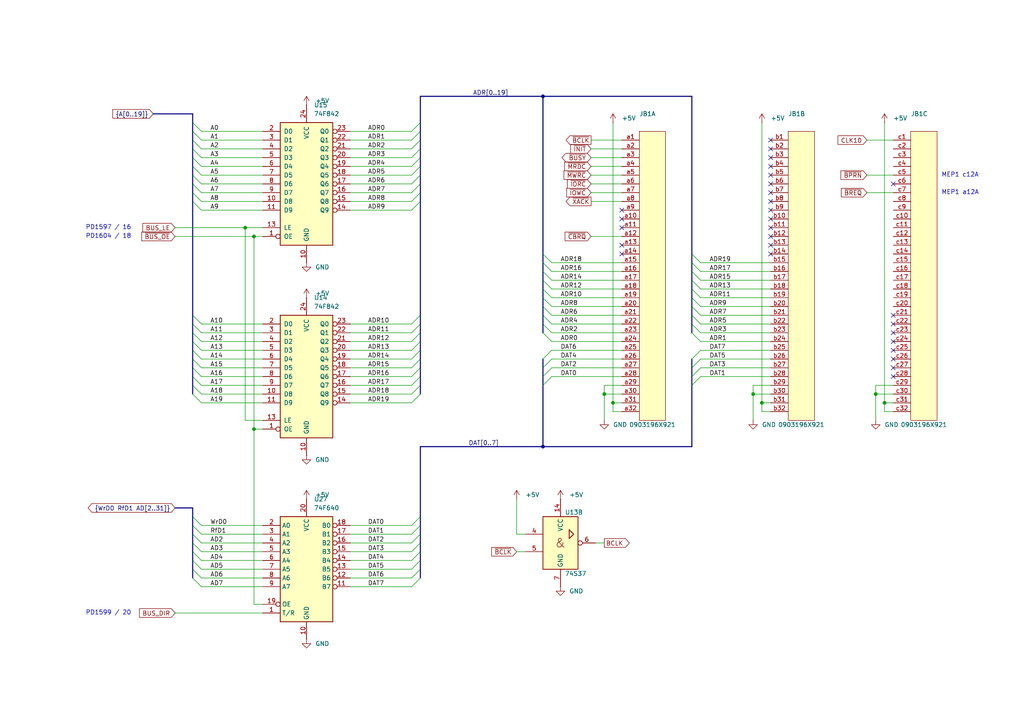
<source format=kicad_sch>
(kicad_sch (version 20250114) (generator "eeschema") (generator_version "9.0")
  (paper "A4")
  (title_block (title "TPU"))
  (lib_symbols
    (symbol "74F842_1" (pin_names (offset 1.016))
      (property "Reference" "D" (at -7.62 19.05 0))
      (property "Value" "74F842" (at 4.572 -19.304 0))
      (symbol "74F842_1_1_0"
        (pin input line (at -12.7 15.24 0) (length 5.08) (name "D0") (number "2"))
        (pin input line (at -12.7 12.7 0) (length 5.08) (name "D1") (number "3"))
        (pin input line (at -12.7 10.16 0) (length 5.08) (name "D2") (number "4"))
        (pin input line (at -12.7 7.62 0) (length 5.08) (name "D3") (number "5"))
        (pin input line (at -12.7 5.08 0) (length 5.08) (name "D4") (number "6"))
        (pin input line (at -12.7 2.54 0) (length 5.08) (name "D5") (number "7"))
        (pin input line (at -12.7 0 0) (length 5.08) (name "D6") (number "8"))
        (pin input line (at -12.7 -2.54 0) (length 5.08) (name "D7") (number "9"))
        (pin input line (at -12.7 -5.08 0) (length 5.08) (name "D8") (number "10"))
        (pin input line (at -12.7 -7.62 0) (length 5.08) (name "D9") (number "11"))
        (pin input line (at -12.7 -12.7 0) (length 5.08) (name "LE") (number "13"))
        (pin input inverted (at -12.7 -15.24 0) (length 5.08) (name "OE") (number "1"))
        (pin power_in line (at 0 22.86 270) (length 5.08) (name "VCC") (number "24"))
        (pin power_in line (at 0 -22.86 90) (length 5.08) (name "GND") (number "10"))
        (pin tri_state inverted (at 12.7 15.24 180) (length 5.08) (name "Q0") (number "23"))
        (pin tri_state inverted (at 12.7 12.7 180) (length 5.08) (name "Q1") (number "22"))
        (pin tri_state inverted (at 12.7 10.16 180) (length 5.08) (name "Q2") (number "21"))
        (pin tri_state inverted (at 12.7 7.62 180) (length 5.08) (name "Q3") (number "20"))
        (pin tri_state inverted (at 12.7 5.08 180) (length 5.08) (name "Q4") (number "19"))
        (pin tri_state inverted (at 12.7 2.54 180) (length 5.08) (name "Q5") (number "18"))
        (pin tri_state inverted (at 12.7 0 180) (length 5.08) (name "Q6") (number "17"))
        (pin tri_state inverted (at 12.7 -2.54 180) (length 5.08) (name "Q7") (number "16"))
        (pin tri_state inverted (at 12.7 -5.08 180) (length 5.08) (name "Q8") (number "15"))
        (pin tri_state inverted (at 12.7 -7.62 180) (length 5.08) (name "Q9") (number "14"))
      )
      (symbol "74F842_1_1_1"
        (rectangle (start -7.62 17.78) (end 7.62 -17.78) (stroke (width 0.254)) (fill (type background)))
      )
    )
    (symbol "Georg:0903196X921" (pin_names (hide yes))
      (property "Reference" "J" (at 0.762 1.27 0))
      (property "Value" "0903196X921" (at 3.81 -85.09 0))
      (symbol "0903196X921_0_1"
        (rectangle (start 0 0) (end 7.62 -83.82) (fill (type background)))
      )
      (symbol "0903196X921_1_0"
        (pin passive line (at -5.08 -2.54 0) (length 5.08) (name "a1") (number "a1"))
        (pin passive line (at -5.08 -5.08 0) (length 5.08) (name "a2") (number "a2"))
        (pin passive line (at -5.08 -7.62 0) (length 5.08) (name "a3") (number "a3"))
        (pin passive line (at -5.08 -10.16 0) (length 5.08) (name "a4") (number "a4"))
        (pin passive line (at -5.08 -12.7 0) (length 5.08) (name "a5") (number "a5"))
        (pin passive line (at -5.08 -15.24 0) (length 5.08) (name "a6") (number "a6"))
        (pin passive line (at -5.08 -17.78 0) (length 5.08) (name "a7") (number "a7"))
        (pin passive line (at -5.08 -20.32 0) (length 5.08) (name "a8") (number "a8"))
        (pin passive line (at -5.08 -22.86 0) (length 5.08) (name "a9") (number "a9"))
        (pin passive line (at -5.08 -25.4 0) (length 5.08) (name "a10") (number "a10"))
        (pin passive line (at -5.08 -27.94 0) (length 5.08) (name "a11") (number "a11"))
        (pin passive line (at -5.08 -30.48 0) (length 5.08) (name "a12") (number "a12"))
        (pin passive line (at -5.08 -33.02 0) (length 5.08) (name "a13") (number "a13"))
        (pin passive line (at -5.08 -35.56 0) (length 5.08) (name "a14") (number "a14"))
        (pin passive line (at -5.08 -38.1 0) (length 5.08) (name "a15") (number "a15"))
        (pin passive line (at -5.08 -40.64 0) (length 5.08) (name "a16") (number "a16"))
        (pin passive line (at -5.08 -43.18 0) (length 5.08) (name "a17") (number "a17"))
        (pin passive line (at -5.08 -45.72 0) (length 5.08) (name "a18") (number "a18"))
        (pin passive line (at -5.08 -48.26 0) (length 5.08) (name "a19") (number "a19"))
        (pin passive line (at -5.08 -50.8 0) (length 5.08) (name "a20") (number "a20"))
        (pin passive line (at -5.08 -53.34 0) (length 5.08) (name "a21") (number "a21"))
        (pin passive line (at -5.08 -55.88 0) (length 5.08) (name "a22") (number "a22"))
        (pin passive line (at -5.08 -58.42 0) (length 5.08) (name "a23") (number "a23"))
        (pin passive line (at -5.08 -60.96 0) (length 5.08) (name "a24") (number "a24"))
        (pin passive line (at -5.08 -63.5 0) (length 5.08) (name "a25") (number "a25"))
        (pin passive line (at -5.08 -66.04 0) (length 5.08) (name "a26") (number "a26"))
        (pin passive line (at -5.08 -68.58 0) (length 5.08) (name "a27") (number "a27"))
        (pin passive line (at -5.08 -71.12 0) (length 5.08) (name "a28") (number "a28"))
        (pin passive line (at -5.08 -73.66 0) (length 5.08) (name "a29") (number "a29"))
        (pin passive line (at -5.08 -76.2 0) (length 5.08) (name "a30") (number "a30"))
        (pin passive line (at -5.08 -78.74 0) (length 5.08) (name "a31") (number "a31"))
        (pin passive line (at -5.08 -81.28 0) (length 5.08) (name "a32") (number "a32"))
      )
      (symbol "0903196X921_2_0"
        (pin passive line (at -5.08 -2.54 0) (length 5.08) (name "b1") (number "b1"))
        (pin passive line (at -5.08 -5.08 0) (length 5.08) (name "b2") (number "b2"))
        (pin passive line (at -5.08 -7.62 0) (length 5.08) (name "b3") (number "b3"))
        (pin passive line (at -5.08 -10.16 0) (length 5.08) (name "b4") (number "b4"))
        (pin passive line (at -5.08 -12.7 0) (length 5.08) (name "b5") (number "b5"))
        (pin passive line (at -5.08 -15.24 0) (length 5.08) (name "b6") (number "b6"))
        (pin passive line (at -5.08 -17.78 0) (length 5.08) (name "b7") (number "b7"))
        (pin passive line (at -5.08 -20.32 0) (length 5.08) (name "b8") (number "b8"))
        (pin passive line (at -5.08 -22.86 0) (length 5.08) (name "b9") (number "b9"))
        (pin passive line (at -5.08 -25.4 0) (length 5.08) (name "b10") (number "b10"))
        (pin passive line (at -5.08 -27.94 0) (length 5.08) (name "b11") (number "b11"))
        (pin passive line (at -5.08 -30.48 0) (length 5.08) (name "b12") (number "b12"))
        (pin passive line (at -5.08 -33.02 0) (length 5.08) (name "b13") (number "b13"))
        (pin passive line (at -5.08 -35.56 0) (length 5.08) (name "b14") (number "b14"))
        (pin passive line (at -5.08 -38.1 0) (length 5.08) (name "b15") (number "b15"))
        (pin passive line (at -5.08 -40.64 0) (length 5.08) (name "b16") (number "b16"))
        (pin passive line (at -5.08 -43.18 0) (length 5.08) (name "b17") (number "b17"))
        (pin passive line (at -5.08 -45.72 0) (length 5.08) (name "b18") (number "b18"))
        (pin passive line (at -5.08 -48.26 0) (length 5.08) (name "b19") (number "b19"))
        (pin passive line (at -5.08 -50.8 0) (length 5.08) (name "b20") (number "b20"))
        (pin passive line (at -5.08 -53.34 0) (length 5.08) (name "b21") (number "b21"))
        (pin passive line (at -5.08 -55.88 0) (length 5.08) (name "b22") (number "b22"))
        (pin passive line (at -5.08 -58.42 0) (length 5.08) (name "b23") (number "b23"))
        (pin passive line (at -5.08 -60.96 0) (length 5.08) (name "b24") (number "b24"))
        (pin passive line (at -5.08 -63.5 0) (length 5.08) (name "b25") (number "b25"))
        (pin passive line (at -5.08 -66.04 0) (length 5.08) (name "b26") (number "b26"))
        (pin passive line (at -5.08 -68.58 0) (length 5.08) (name "b26") (number "b27"))
        (pin passive line (at -5.08 -71.12 0) (length 5.08) (name "b28") (number "b28"))
        (pin passive line (at -5.08 -73.66 0) (length 5.08) (name "b29") (number "b29"))
        (pin passive line (at -5.08 -76.2 0) (length 5.08) (name "b30") (number "b30"))
        (pin passive line (at -5.08 -78.74 0) (length 5.08) (name "b31") (number "b31"))
        (pin passive line (at -5.08 -81.28 0) (length 5.08) (name "b32") (number "b32"))
      )
      (symbol "0903196X921_3_0"
        (pin passive line (at -5.08 -2.54 0) (length 5.08) (name "c1") (number "c1"))
        (pin passive line (at -5.08 -5.08 0) (length 5.08) (name "c2") (number "c2"))
        (pin passive line (at -5.08 -7.62 0) (length 5.08) (name "c3") (number "c3"))
        (pin passive line (at -5.08 -10.16 0) (length 5.08) (name "c4") (number "c4"))
        (pin passive line (at -5.08 -12.7 0) (length 5.08) (name "c5") (number "c5"))
        (pin passive line (at -5.08 -15.24 0) (length 5.08) (name "c6") (number "c6"))
        (pin passive line (at -5.08 -17.78 0) (length 5.08) (name "c7") (number "c7"))
        (pin passive line (at -5.08 -20.32 0) (length 5.08) (name "c8") (number "c8"))
        (pin passive line (at -5.08 -22.86 0) (length 5.08) (name "c9") (number "c9"))
        (pin passive line (at -5.08 -25.4 0) (length 5.08) (name "c10") (number "c10"))
        (pin passive line (at -5.08 -27.94 0) (length 5.08) (name "c11") (number "c11"))
        (pin passive line (at -5.08 -30.48 0) (length 5.08) (name "c12") (number "c12"))
        (pin passive line (at -5.08 -33.02 0) (length 5.08) (name "c13") (number "c13"))
        (pin passive line (at -5.08 -35.56 0) (length 5.08) (name "c14") (number "c14"))
        (pin passive line (at -5.08 -38.1 0) (length 5.08) (name "c15") (number "c15"))
        (pin passive line (at -5.08 -40.64 0) (length 5.08) (name "c16") (number "c16"))
        (pin passive line (at -5.08 -43.18 0) (length 5.08) (name "c17") (number "c17"))
        (pin passive line (at -5.08 -45.72 0) (length 5.08) (name "c18") (number "c18"))
        (pin passive line (at -5.08 -48.26 0) (length 5.08) (name "c19") (number "c19"))
        (pin passive line (at -5.08 -50.8 0) (length 5.08) (name "c20") (number "c20"))
        (pin passive line (at -5.08 -53.34 0) (length 5.08) (name "c21") (number "c21"))
        (pin passive line (at -5.08 -55.88 0) (length 5.08) (name "c22") (number "c22"))
        (pin passive line (at -5.08 -58.42 0) (length 5.08) (name "c23") (number "c23"))
        (pin passive line (at -5.08 -60.96 0) (length 5.08) (name "c24") (number "c24"))
        (pin passive line (at -5.08 -63.5 0) (length 5.08) (name "c25") (number "c25"))
        (pin passive line (at -5.08 -66.04 0) (length 5.08) (name "c26") (number "c26"))
        (pin passive line (at -5.08 -68.58 0) (length 5.08) (name "c27") (number "c27"))
        (pin passive line (at -5.08 -71.12 0) (length 5.08) (name "c28") (number "c28"))
        (pin passive line (at -5.08 -73.66 0) (length 5.08) (name "c29") (number "c29"))
        (pin passive line (at -5.08 -76.2 0) (length 5.08) (name "c30") (number "c30"))
        (pin passive line (at -5.08 -78.74 0) (length 5.08) (name "c31") (number "c31"))
        (pin passive line (at -5.08 -81.28 0) (length 5.08) (name "c32") (number "c32"))
      )
    )
    (symbol "Georg:74F640"
      (property "Reference" "D" (at 0.762 16.51 0))
      (property "Value" "74F640" (at 1.27 -16.51 0))
      (symbol "74F640_1_0"
        (pin power_in line (at 0 20.32 270) (length 5.08) (name "VCC") (number "20"))
        (pin power_in line (at 0 -20.32 90) (length 5.08) (name "GND") (number "10"))
      )
      (symbol "74F640_1_1"
        (rectangle (start -7.62 15.24) (end 7.62 -15.24) (stroke (width 0.254)) (fill (type background)))
        (pin tri_state line (at -12.7 12.7 0) (length 5.08) (name "A0") (number "2"))
        (pin tri_state line (at -12.7 10.16 0) (length 5.08) (name "A1") (number "3"))
        (pin tri_state line (at -12.7 7.62 0) (length 5.08) (name "A2") (number "4"))
        (pin tri_state line (at -12.7 5.08 0) (length 5.08) (name "A3") (number "5"))
        (pin tri_state line (at -12.7 2.54 0) (length 5.08) (name "A4") (number "6"))
        (pin tri_state line (at -12.7 0 0) (length 5.08) (name "A5") (number "7"))
        (pin tri_state line (at -12.7 -2.54 0) (length 5.08) (name "A6") (number "8"))
        (pin tri_state line (at -12.7 -5.08 0) (length 5.08) (name "A7") (number "9"))
        (pin input inverted (at -12.7 -10.16 0) (length 5.08) (name "OE") (number "19"))
        (pin input line (at -12.7 -12.7 0) (length 5.08) (name "T/R") (number "1"))
        (pin tri_state inverted (at 12.7 12.7 180) (length 5.08) (name "B0") (number "18"))
        (pin tri_state inverted (at 12.7 10.16 180) (length 5.08) (name "B1") (number "17"))
        (pin tri_state inverted (at 12.7 7.62 180) (length 5.08) (name "B2") (number "16"))
        (pin tri_state inverted (at 12.7 5.08 180) (length 5.08) (name "B3") (number "15"))
        (pin tri_state inverted (at 12.7 2.54 180) (length 5.08) (name "B4") (number "14"))
        (pin tri_state inverted (at 12.7 0 180) (length 5.08) (name "B5") (number "13"))
        (pin tri_state inverted (at 12.7 -2.54 180) (length 5.08) (name "B6") (number "12"))
        (pin tri_state inverted (at 12.7 -5.08 180) (length 5.08) (name "B7") (number "11"))
      )
    )
    (symbol "Georg:74F842" (pin_names (offset 1.016))
      (property "Reference" "D" (at -7.62 19.05 0))
      (property "Value" "74F842" (at 4.572 -19.304 0))
      (symbol "74F842_1_0"
        (pin input line (at -12.7 15.24 0) (length 5.08) (name "D0") (number "2"))
        (pin input line (at -12.7 12.7 0) (length 5.08) (name "D1") (number "3"))
        (pin input line (at -12.7 10.16 0) (length 5.08) (name "D2") (number "4"))
        (pin input line (at -12.7 7.62 0) (length 5.08) (name "D3") (number "5"))
        (pin input line (at -12.7 5.08 0) (length 5.08) (name "D4") (number "6"))
        (pin input line (at -12.7 2.54 0) (length 5.08) (name "D5") (number "7"))
        (pin input line (at -12.7 0 0) (length 5.08) (name "D6") (number "8"))
        (pin input line (at -12.7 -2.54 0) (length 5.08) (name "D7") (number "9"))
        (pin input line (at -12.7 -5.08 0) (length 5.08) (name "D8") (number "10"))
        (pin input line (at -12.7 -7.62 0) (length 5.08) (name "D9") (number "11"))
        (pin input line (at -12.7 -12.7 0) (length 5.08) (name "LE") (number "13"))
        (pin input inverted (at -12.7 -15.24 0) (length 5.08) (name "OE") (number "1"))
        (pin power_in line (at 0 22.86 270) (length 5.08) (name "VCC") (number "24"))
        (pin power_in line (at 0 -22.86 90) (length 5.08) (name "GND") (number "10"))
        (pin tri_state inverted (at 12.7 15.24 180) (length 5.08) (name "Q0") (number "23"))
        (pin tri_state inverted (at 12.7 12.7 180) (length 5.08) (name "Q1") (number "22"))
        (pin tri_state inverted (at 12.7 10.16 180) (length 5.08) (name "Q2") (number "21"))
        (pin tri_state inverted (at 12.7 7.62 180) (length 5.08) (name "Q3") (number "20"))
        (pin tri_state inverted (at 12.7 5.08 180) (length 5.08) (name "Q4") (number "19"))
        (pin tri_state inverted (at 12.7 2.54 180) (length 5.08) (name "Q5") (number "18"))
        (pin tri_state inverted (at 12.7 0 180) (length 5.08) (name "Q6") (number "17"))
        (pin tri_state inverted (at 12.7 -2.54 180) (length 5.08) (name "Q7") (number "16"))
        (pin tri_state inverted (at 12.7 -5.08 180) (length 5.08) (name "Q8") (number "15"))
        (pin tri_state inverted (at 12.7 -7.62 180) (length 5.08) (name "Q9") (number "14"))
      )
      (symbol "74F842_1_1"
        (rectangle (start -7.62 17.78) (end 7.62 -17.78) (stroke (width 0.254)) (fill (type background)))
      )
    )
    (symbol "Georg:74S37"
      (property "Reference" "D" (at 1.27 8.89 0))
      (property "Value" "74S37" (at 1.27 -8.89 0))
      (symbol "74S37_0_0"
        (polyline (pts (xy 2.54 3.81) (xy 2.54 1.27) (xy 3.81 2.54) (xy 2.54 3.81) (xy 2.54 3.81)) (stroke (width 0.254)) (fill (type background)))
        (text "&" (at 0 0 0) (effects (font (size 2.54 2.54))))
        (pin power_in line (at 0 -12.7 90) (length 5.08) (name "GND") (number "7"))
      )
      (symbol "74S37_0_1"
        (rectangle (start -5.08 7.62) (end 5.08 -7.62) (stroke (width 0.254)) (fill (type background)))
        (pin power_in line (at 0 12.7 270) (length 5.08) (name "VCC") (number "14"))
      )
      (symbol "74S37_1_1"
        (pin input line (at -10.16 2.54 0) (length 5.08) (name "~") (number "1"))
        (pin input line (at -10.16 -2.54 0) (length 5.08) (name "~") (number "2"))
        (pin output inverted (at 10.16 0 180) (length 5.08) (name "~") (number "3"))
      )
      (symbol "74S37_2_1"
        (pin input line (at -10.16 2.54 0) (length 5.08) (name "~") (number "4"))
        (pin input line (at -10.16 -2.54 0) (length 5.08) (name "~") (number "5"))
        (pin output inverted (at 10.16 0 180) (length 5.08) (name "~") (number "6"))
      )
      (symbol "74S37_3_1"
        (pin input line (at -10.16 2.54 0) (length 5.08) (name "~") (number "9"))
        (pin input line (at -10.16 -2.54 0) (length 5.08) (name "~") (number "10"))
        (pin output inverted (at 10.16 0 180) (length 5.08) (name "~") (number "8"))
      )
      (symbol "74S37_4_1"
        (pin input line (at -10.16 2.54 0) (length 5.08) (name "~") (number "12"))
        (pin input line (at -10.16 -2.54 0) (length 5.08) (name "~") (number "13"))
        (pin output inverted (at 10.16 0 180) (length 5.08) (name "~") (number "11"))
      )
    )
    (symbol "power:+5V" (power) (pin_numbers (hide yes)) (pin_names (offset 0) (hide yes))
      (property "Value" "+5V" (at 0 3.556 0))
      (symbol "+5V_0_1"
        (polyline (pts (xy -0.762 1.27) (xy 0 2.54)))
        (polyline (pts (xy 0 2.54) (xy 0.762 1.27)))
        (polyline (pts (xy 0 0) (xy 0 2.54)))
      )
      (symbol "+5V_1_1"
        (pin power_in line (at 0 0 90) (length 0) (name "~") (number "1"))
      )
    )
    (symbol "power:GND" (power) (pin_numbers (hide yes)) (pin_names (offset 0) (hide yes))
      (property "Value" "GND" (at 0 -3.81 0))
      (symbol "GND_0_1"
        (polyline (pts (xy 0 0) (xy 0 -1.27) (xy 1.27 -1.27) (xy 0 -2.54) (xy -1.27 -1.27) (xy 0 -1.27)))
      )
      (symbol "GND_1_1"
        (pin power_in line (at 0 0 270) (length 0) (name "~") (number "1"))
      )
    )
  )
  (text "MEP1 c12A" (at 273.05 50.8 0) (effects (font (size 1.27 1.27)) (justify left)))
  (text "PD1599 / 20" (at 38.1 177.8 0) (effects (font (size 1.27 1.27)) (justify right)))
  (text "MEP1 a12A" (at 273.05 55.88 0) (effects (font (size 1.27 1.27)) (justify left)))
  (text "PD1604 / 18" (at 38.1 68.58 0) (effects (font (size 1.27 1.27)) (justify right)))
  (text "PD1597 / 16" (at 38.1 66.04 0) (effects (font (size 1.27 1.27)) (justify right)))
  (junction (at 71.12 66.04))
  (junction (at 157.48 27.94))
  (junction (at 218.44 114.3))
  (junction (at 256.54 116.84))
  (junction (at 254 114.3))
  (junction (at 157.48 129.54))
  (junction (at 220.98 116.84))
  (junction (at 175.26 114.3))
  (junction (at 73.66 68.58))
  (junction (at 73.66 124.46))
  (junction (at 177.8 116.84))
  (no_connect (at 223.52 53.34))
  (no_connect (at 180.34 66.04))
  (no_connect (at 223.52 73.66))
  (no_connect (at 259.08 106.68))
  (no_connect (at 259.08 53.34))
  (no_connect (at 180.34 60.96))
  (no_connect (at 223.52 45.72))
  (no_connect (at 223.52 43.18))
  (no_connect (at 223.52 60.96))
  (no_connect (at 223.52 68.58))
  (no_connect (at 180.34 63.5))
  (no_connect (at 259.08 99.06))
  (no_connect (at 223.52 40.64))
  (no_connect (at 259.08 93.98))
  (no_connect (at 223.52 66.04))
  (no_connect (at 223.52 48.26))
  (no_connect (at 259.08 96.52))
  (no_connect (at 259.08 101.6))
  (no_connect (at 259.08 109.22))
  (no_connect (at 180.34 73.66))
  (no_connect (at 259.08 91.44))
  (no_connect (at 223.52 50.8))
  (no_connect (at 223.52 55.88))
  (no_connect (at 259.08 104.14))
  (no_connect (at 223.52 58.42))
  (no_connect (at 180.34 71.12))
  (no_connect (at 223.52 63.5))
  (no_connect (at 223.52 71.12))
  (bus_entry (at 119.38 116.84) (size 2.54 -2.54))
  (bus_entry (at 200.66 104.14) (size 2.54 -2.54))
  (bus_entry (at 55.88 152.4) (size 2.54 2.54))
  (bus_entry (at 55.88 53.34) (size 2.54 2.54))
  (bus_entry (at 55.88 99.06) (size 2.54 2.54))
  (bus_entry (at 119.38 104.14) (size 2.54 -2.54))
  (bus_entry (at 119.38 53.34) (size 2.54 -2.54))
  (bus_entry (at 55.88 48.26) (size 2.54 2.54))
  (bus_entry (at 200.66 91.44) (size 2.54 2.54))
  (bus_entry (at 55.88 96.52) (size 2.54 2.54))
  (bus_entry (at 157.48 81.28) (size 2.54 2.54))
  (bus_entry (at 119.38 165.1) (size 2.54 -2.54))
  (bus_entry (at 119.38 114.3) (size 2.54 -2.54))
  (bus_entry (at 55.88 50.8) (size 2.54 2.54))
  (bus_entry (at 55.88 157.48) (size 2.54 2.54))
  (bus_entry (at 157.48 83.82) (size 2.54 2.54))
  (bus_entry (at 157.48 96.52) (size 2.54 2.54))
  (bus_entry (at 157.48 104.14) (size 2.54 -2.54))
  (bus_entry (at 119.38 106.68) (size 2.54 -2.54))
  (bus_entry (at 119.38 170.18) (size 2.54 -2.54))
  (bus_entry (at 119.38 101.6) (size 2.54 -2.54))
  (bus_entry (at 119.38 167.64) (size 2.54 -2.54))
  (bus_entry (at 200.66 76.2) (size 2.54 2.54))
  (bus_entry (at 157.48 86.36) (size 2.54 2.54))
  (bus_entry (at 157.48 93.98) (size 2.54 2.54))
  (bus_entry (at 157.48 106.68) (size 2.54 -2.54))
  (bus_entry (at 55.88 149.86) (size 2.54 2.54))
  (bus_entry (at 119.38 48.26) (size 2.54 -2.54))
  (bus_entry (at 119.38 154.94) (size 2.54 -2.54))
  (bus_entry (at 119.38 58.42) (size 2.54 -2.54))
  (bus_entry (at 55.88 165.1) (size 2.54 2.54))
  (bus_entry (at 55.88 154.94) (size 2.54 2.54))
  (bus_entry (at 157.48 76.2) (size 2.54 2.54))
  (bus_entry (at 119.38 43.18) (size 2.54 -2.54))
  (bus_entry (at 157.48 109.22) (size 2.54 -2.54))
  (bus_entry (at 55.88 35.56) (size 2.54 2.54))
  (bus_entry (at 55.88 43.18) (size 2.54 2.54))
  (bus_entry (at 55.88 93.98) (size 2.54 2.54))
  (bus_entry (at 119.38 50.8) (size 2.54 -2.54))
  (bus_entry (at 55.88 106.68) (size 2.54 2.54))
  (bus_entry (at 119.38 111.76) (size 2.54 -2.54))
  (bus_entry (at 157.48 111.76) (size 2.54 -2.54))
  (bus_entry (at 119.38 45.72) (size 2.54 -2.54))
  (bus_entry (at 119.38 152.4) (size 2.54 -2.54))
  (bus_entry (at 200.66 78.74) (size 2.54 2.54))
  (bus_entry (at 119.38 38.1) (size 2.54 -2.54))
  (bus_entry (at 55.88 101.6) (size 2.54 2.54))
  (bus_entry (at 200.66 111.76) (size 2.54 -2.54))
  (bus_entry (at 200.66 73.66) (size 2.54 2.54))
  (bus_entry (at 55.88 45.72) (size 2.54 2.54))
  (bus_entry (at 119.38 60.96) (size 2.54 -2.54))
  (bus_entry (at 157.48 73.66) (size 2.54 2.54))
  (bus_entry (at 119.38 99.06) (size 2.54 -2.54))
  (bus_entry (at 55.88 111.76) (size 2.54 2.54))
  (bus_entry (at 55.88 58.42) (size 2.54 2.54))
  (bus_entry (at 200.66 86.36) (size 2.54 2.54))
  (bus_entry (at 55.88 40.64) (size 2.54 2.54))
  (bus_entry (at 55.88 104.14) (size 2.54 2.54))
  (bus_entry (at 119.38 160.02) (size 2.54 -2.54))
  (bus_entry (at 119.38 162.56) (size 2.54 -2.54))
  (bus_entry (at 200.66 93.98) (size 2.54 2.54))
  (bus_entry (at 55.88 160.02) (size 2.54 2.54))
  (bus_entry (at 119.38 40.64) (size 2.54 -2.54))
  (bus_entry (at 200.66 83.82) (size 2.54 2.54))
  (bus_entry (at 157.48 78.74) (size 2.54 2.54))
  (bus_entry (at 200.66 88.9) (size 2.54 2.54))
  (bus_entry (at 55.88 38.1) (size 2.54 2.54))
  (bus_entry (at 157.48 88.9) (size 2.54 2.54))
  (bus_entry (at 119.38 109.22) (size 2.54 -2.54))
  (bus_entry (at 55.88 162.56) (size 2.54 2.54))
  (bus_entry (at 119.38 96.52) (size 2.54 -2.54))
  (bus_entry (at 200.66 109.22) (size 2.54 -2.54))
  (bus_entry (at 200.66 81.28) (size 2.54 2.54))
  (bus_entry (at 55.88 91.44) (size 2.54 2.54))
  (bus_entry (at 119.38 55.88) (size 2.54 -2.54))
  (bus_entry (at 119.38 157.48) (size 2.54 -2.54))
  (bus_entry (at 55.88 109.22) (size 2.54 2.54))
  (bus_entry (at 157.48 91.44) (size 2.54 2.54))
  (bus_entry (at 55.88 167.64) (size 2.54 2.54))
  (bus_entry (at 119.38 93.98) (size 2.54 -2.54))
  (bus_entry (at 200.66 106.68) (size 2.54 -2.54))
  (bus_entry (at 55.88 114.3) (size 2.54 2.54))
  (bus_entry (at 55.88 55.88) (size 2.54 2.54))
  (bus_entry (at 200.66 96.52) (size 2.54 2.54))
  (wire (pts (xy 171.45 53.34) (xy 180.34 53.34)))
  (bus (pts (xy 121.92 55.88) (xy 121.92 58.42)))
  (bus (pts (xy 121.92 93.98) (xy 121.92 96.52)))
  (bus (pts (xy 55.88 58.42) (xy 55.88 91.44)))
  (wire (pts (xy 160.02 101.6) (xy 180.34 101.6)))
  (bus (pts (xy 121.92 109.22) (xy 121.92 111.76)))
  (bus (pts (xy 121.92 149.86) (xy 121.92 152.4)))
  (wire (pts (xy 101.6 167.64) (xy 119.38 167.64)))
  (wire (pts (xy 101.6 165.1) (xy 119.38 165.1)))
  (wire (pts (xy 203.2 76.2) (xy 223.52 76.2)))
  (wire (pts (xy 160.02 86.36) (xy 180.34 86.36)))
  (wire (pts (xy 256.54 116.84) (xy 259.08 116.84)))
  (wire (pts (xy 58.42 152.4) (xy 76.2 152.4)))
  (wire (pts (xy 101.6 96.52) (xy 119.38 96.52)))
  (bus (pts (xy 121.92 149.86) (xy 121.92 129.54)))
  (wire (pts (xy 171.45 58.42) (xy 180.34 58.42)))
  (bus (pts (xy 121.92 35.56) (xy 121.92 27.94)))
  (wire (pts (xy 101.6 157.48) (xy 119.38 157.48)))
  (bus (pts (xy 121.92 101.6) (xy 121.92 104.14)))
  (bus (pts (xy 157.48 83.82) (xy 157.48 81.28)))
  (bus (pts (xy 157.48 78.74) (xy 157.48 76.2)))
  (bus (pts (xy 157.48 106.68) (xy 157.48 109.22)))
  (bus (pts (xy 55.88 50.8) (xy 55.88 53.34)))
  (wire (pts (xy 101.6 40.64) (xy 119.38 40.64)))
  (wire (pts (xy 101.6 58.42) (xy 119.38 58.42)))
  (wire (pts (xy 254 121.92) (xy 254 114.3)))
  (wire (pts (xy 101.6 38.1) (xy 119.38 38.1)))
  (bus (pts (xy 200.66 86.36) (xy 200.66 88.9)))
  (bus (pts (xy 55.88 40.64) (xy 55.88 43.18)))
  (wire (pts (xy 58.42 40.64) (xy 76.2 40.64)))
  (wire (pts (xy 101.6 152.4) (xy 119.38 152.4)))
  (wire (pts (xy 203.2 86.36) (xy 223.52 86.36)))
  (bus (pts (xy 55.88 45.72) (xy 55.88 48.26)))
  (wire (pts (xy 50.8 68.58) (xy 73.66 68.58)))
  (bus (pts (xy 157.48 86.36) (xy 157.48 83.82)))
  (bus (pts (xy 55.88 53.34) (xy 55.88 55.88)))
  (bus (pts (xy 55.88 162.56) (xy 55.88 165.1)))
  (bus (pts (xy 55.88 160.02) (xy 55.88 162.56)))
  (wire (pts (xy 203.2 88.9) (xy 223.52 88.9)))
  (bus (pts (xy 157.48 111.76) (xy 157.48 129.54)))
  (wire (pts (xy 58.42 53.34) (xy 76.2 53.34)))
  (bus (pts (xy 55.88 165.1) (xy 55.88 167.64)))
  (wire (pts (xy 58.42 43.18) (xy 76.2 43.18)))
  (wire (pts (xy 256.54 116.84) (xy 256.54 119.38)))
  (bus (pts (xy 121.92 50.8) (xy 121.92 53.34)))
  (wire (pts (xy 177.8 116.84) (xy 177.8 119.38)))
  (wire (pts (xy 256.54 35.56) (xy 256.54 116.84)))
  (wire (pts (xy 101.6 154.94) (xy 119.38 154.94)))
  (wire (pts (xy 160.02 106.68) (xy 180.34 106.68)))
  (wire (pts (xy 149.86 154.94) (xy 152.4 154.94)))
  (bus (pts (xy 121.92 152.4) (xy 121.92 154.94)))
  (wire (pts (xy 220.98 116.84) (xy 223.52 116.84)))
  (bus (pts (xy 55.88 93.98) (xy 55.88 96.52)))
  (bus (pts (xy 121.92 43.18) (xy 121.92 45.72)))
  (wire (pts (xy 203.2 109.22) (xy 223.52 109.22)))
  (wire (pts (xy 58.42 170.18) (xy 76.2 170.18)))
  (wire (pts (xy 101.6 160.02) (xy 119.38 160.02)))
  (wire (pts (xy 171.45 55.88) (xy 180.34 55.88)))
  (wire (pts (xy 101.6 45.72) (xy 119.38 45.72)))
  (wire (pts (xy 254 111.76) (xy 259.08 111.76)))
  (wire (pts (xy 58.42 38.1) (xy 76.2 38.1)))
  (wire (pts (xy 160.02 96.52) (xy 180.34 96.52)))
  (wire (pts (xy 58.42 55.88) (xy 76.2 55.88)))
  (wire (pts (xy 76.2 68.58) (xy 73.66 68.58)))
  (bus (pts (xy 55.88 104.14) (xy 55.88 106.68)))
  (wire (pts (xy 317.5 160.02) (xy 320.04 160.02)))
  (wire (pts (xy 223.52 114.3) (xy 218.44 114.3)))
  (wire (pts (xy 175.26 157.48) (xy 172.72 157.48)))
  (bus (pts (xy 157.48 27.94) (xy 200.66 27.94)))
  (wire (pts (xy 251.46 40.64) (xy 259.08 40.64)))
  (wire (pts (xy 220.98 35.56) (xy 220.98 116.84)))
  (bus (pts (xy 121.92 35.56) (xy 121.92 38.1)))
  (wire (pts (xy 203.2 104.14) (xy 223.52 104.14)))
  (wire (pts (xy 101.6 104.14) (xy 119.38 104.14)))
  (wire (pts (xy 101.6 50.8) (xy 119.38 50.8)))
  (bus (pts (xy 121.92 27.94) (xy 157.48 27.94)))
  (wire (pts (xy 218.44 111.76) (xy 223.52 111.76)))
  (bus (pts (xy 157.48 73.66) (xy 157.48 27.94)))
  (bus (pts (xy 157.48 76.2) (xy 157.48 73.66)))
  (bus (pts (xy 200.66 83.82) (xy 200.66 86.36)))
  (wire (pts (xy 254 114.3) (xy 254 111.76)))
  (wire (pts (xy 175.26 114.3) (xy 180.34 114.3)))
  (wire (pts (xy 58.42 167.64) (xy 76.2 167.64)))
  (wire (pts (xy 160.02 109.22) (xy 180.34 109.22)))
  (wire (pts (xy 58.42 99.06) (xy 76.2 99.06)))
  (wire (pts (xy 160.02 104.14) (xy 180.34 104.14)))
  (bus (pts (xy 55.88 147.32) (xy 55.88 149.86)))
  (wire (pts (xy 58.42 50.8) (xy 76.2 50.8)))
  (bus (pts (xy 55.88 106.68) (xy 55.88 109.22)))
  (bus (pts (xy 121.92 165.1) (xy 121.92 167.64)))
  (bus (pts (xy 121.92 157.48) (xy 121.92 160.02)))
  (wire (pts (xy 160.02 83.82) (xy 180.34 83.82)))
  (bus (pts (xy 55.88 111.76) (xy 55.88 114.3)))
  (bus (pts (xy 121.92 111.76) (xy 121.92 114.3)))
  (bus (pts (xy 55.88 91.44) (xy 55.88 93.98)))
  (bus (pts (xy 157.48 91.44) (xy 157.48 88.9)))
  (bus (pts (xy 121.92 104.14) (xy 121.92 106.68)))
  (wire (pts (xy 58.42 96.52) (xy 76.2 96.52)))
  (bus (pts (xy 200.66 78.74) (xy 200.66 81.28)))
  (bus (pts (xy 200.66 27.94) (xy 200.66 73.66)))
  (bus (pts (xy 55.88 48.26) (xy 55.88 50.8)))
  (bus (pts (xy 200.66 93.98) (xy 200.66 96.52)))
  (wire (pts (xy 76.2 175.26) (xy 73.66 175.26)))
  (wire (pts (xy 149.86 144.78) (xy 149.86 154.94)))
  (wire (pts (xy 73.66 68.58) (xy 73.66 124.46)))
  (wire (pts (xy 101.6 116.84) (xy 119.38 116.84)))
  (wire (pts (xy 50.8 66.04) (xy 71.12 66.04)))
  (bus (pts (xy 44.45 33.02) (xy 55.88 33.02)))
  (wire (pts (xy 320.04 160.02) (xy 320.04 161.29)))
  (wire (pts (xy 58.42 165.1) (xy 76.2 165.1)))
  (wire (pts (xy 175.26 111.76) (xy 180.34 111.76)))
  (wire (pts (xy 218.44 114.3) (xy 218.44 121.92)))
  (bus (pts (xy 55.88 99.06) (xy 55.88 101.6)))
  (wire (pts (xy 50.8 177.8) (xy 76.2 177.8)))
  (wire (pts (xy 203.2 96.52) (xy 223.52 96.52)))
  (bus (pts (xy 121.92 48.26) (xy 121.92 50.8)))
  (wire (pts (xy 73.66 124.46) (xy 73.66 175.26)))
  (wire (pts (xy 175.26 114.3) (xy 175.26 121.92)))
  (wire (pts (xy 171.45 40.64) (xy 180.34 40.64)))
  (bus (pts (xy 121.92 99.06) (xy 121.92 101.6)))
  (bus (pts (xy 200.66 73.66) (xy 200.66 76.2)))
  (wire (pts (xy 254 114.3) (xy 259.08 114.3)))
  (bus (pts (xy 157.48 88.9) (xy 157.48 86.36)))
  (wire (pts (xy 203.2 83.82) (xy 223.52 83.82)))
  (wire (pts (xy 259.08 119.38) (xy 256.54 119.38)))
  (wire (pts (xy 160.02 99.06) (xy 180.34 99.06)))
  (bus (pts (xy 200.66 111.76) (xy 200.66 129.54)))
  (wire (pts (xy 101.6 99.06) (xy 119.38 99.06)))
  (wire (pts (xy 101.6 43.18) (xy 119.38 43.18)))
  (bus (pts (xy 121.92 96.52) (xy 121.92 99.06)))
  (bus (pts (xy 157.48 81.28) (xy 157.48 78.74)))
  (wire (pts (xy 203.2 106.68) (xy 223.52 106.68)))
  (wire (pts (xy 58.42 93.98) (xy 76.2 93.98)))
  (wire (pts (xy 320.04 154.94) (xy 320.04 153.67)))
  (bus (pts (xy 55.88 33.02) (xy 55.88 35.56)))
  (wire (pts (xy 101.6 53.34) (xy 119.38 53.34)))
  (bus (pts (xy 55.88 154.94) (xy 55.88 157.48)))
  (wire (pts (xy 58.42 106.68) (xy 76.2 106.68)))
  (wire (pts (xy 58.42 48.26) (xy 76.2 48.26)))
  (wire (pts (xy 171.45 50.8) (xy 180.34 50.8)))
  (wire (pts (xy 177.8 35.56) (xy 177.8 116.84)))
  (wire (pts (xy 160.02 81.28) (xy 180.34 81.28)))
  (bus (pts (xy 55.88 101.6) (xy 55.88 104.14)))
  (wire (pts (xy 160.02 76.2) (xy 180.34 76.2)))
  (wire (pts (xy 71.12 121.92) (xy 71.12 66.04)))
  (wire (pts (xy 223.52 119.38) (xy 220.98 119.38)))
  (wire (pts (xy 101.6 101.6) (xy 119.38 101.6)))
  (bus (pts (xy 121.92 58.42) (xy 121.92 91.44)))
  (wire (pts (xy 171.45 48.26) (xy 180.34 48.26)))
  (wire (pts (xy 58.42 60.96) (xy 76.2 60.96)))
  (wire (pts (xy 101.6 111.76) (xy 119.38 111.76)))
  (wire (pts (xy 160.02 91.44) (xy 180.34 91.44)))
  (wire (pts (xy 58.42 116.84) (xy 76.2 116.84)))
  (wire (pts (xy 76.2 121.92) (xy 71.12 121.92)))
  (wire (pts (xy 58.42 109.22) (xy 76.2 109.22)))
  (wire (pts (xy 58.42 114.3) (xy 76.2 114.3)))
  (bus (pts (xy 55.88 96.52) (xy 55.88 99.06)))
  (wire (pts (xy 58.42 101.6) (xy 76.2 101.6)))
  (bus (pts (xy 121.92 40.64) (xy 121.92 43.18)))
  (wire (pts (xy 58.42 160.02) (xy 76.2 160.02)))
  (bus (pts (xy 55.88 152.4) (xy 55.88 154.94)))
  (bus (pts (xy 121.92 162.56) (xy 121.92 165.1)))
  (bus (pts (xy 55.88 55.88) (xy 55.88 58.42)))
  (wire (pts (xy 101.6 109.22) (xy 119.38 109.22)))
  (wire (pts (xy 175.26 114.3) (xy 175.26 111.76)))
  (wire (pts (xy 171.45 45.72) (xy 180.34 45.72)))
  (wire (pts (xy 101.6 106.68) (xy 119.38 106.68)))
  (wire (pts (xy 160.02 88.9) (xy 180.34 88.9)))
  (bus (pts (xy 200.66 88.9) (xy 200.66 91.44)))
  (wire (pts (xy 58.42 45.72) (xy 76.2 45.72)))
  (wire (pts (xy 203.2 101.6) (xy 223.52 101.6)))
  (bus (pts (xy 121.92 38.1) (xy 121.92 40.64)))
  (bus (pts (xy 200.66 91.44) (xy 200.66 93.98)))
  (wire (pts (xy 58.42 58.42) (xy 76.2 58.42)))
  (bus (pts (xy 157.48 96.52) (xy 157.48 93.98)))
  (bus (pts (xy 50.8 147.32) (xy 55.88 147.32)))
  (wire (pts (xy 171.45 43.18) (xy 180.34 43.18)))
  (wire (pts (xy 149.86 160.02) (xy 152.4 160.02)))
  (bus (pts (xy 200.66 76.2) (xy 200.66 78.74)))
  (bus (pts (xy 121.92 106.68) (xy 121.92 109.22)))
  (wire (pts (xy 203.2 99.06) (xy 223.52 99.06)))
  (wire (pts (xy 203.2 93.98) (xy 223.52 93.98)))
  (wire (pts (xy 58.42 154.94) (xy 76.2 154.94)))
  (wire (pts (xy 101.6 114.3) (xy 119.38 114.3)))
  (wire (pts (xy 101.6 170.18) (xy 119.38 170.18)))
  (bus (pts (xy 157.48 93.98) (xy 157.48 91.44)))
  (wire (pts (xy 73.66 124.46) (xy 76.2 124.46)))
  (bus (pts (xy 200.66 104.14) (xy 200.66 106.68)))
  (wire (pts (xy 177.8 119.38) (xy 180.34 119.38)))
  (wire (pts (xy 251.46 50.8) (xy 259.08 50.8)))
  (wire (pts (xy 58.42 111.76) (xy 76.2 111.76)))
  (bus (pts (xy 55.88 157.48) (xy 55.88 160.02)))
  (wire (pts (xy 101.6 48.26) (xy 119.38 48.26)))
  (wire (pts (xy 220.98 116.84) (xy 220.98 119.38)))
  (wire (pts (xy 160.02 78.74) (xy 180.34 78.74)))
  (bus (pts (xy 200.66 106.68) (xy 200.66 109.22)))
  (bus (pts (xy 121.92 53.34) (xy 121.92 55.88)))
  (wire (pts (xy 101.6 60.96) (xy 119.38 60.96)))
  (bus (pts (xy 121.92 160.02) (xy 121.92 162.56)))
  (wire (pts (xy 58.42 104.14) (xy 76.2 104.14)))
  (bus (pts (xy 157.48 109.22) (xy 157.48 111.76)))
  (wire (pts (xy 101.6 93.98) (xy 119.38 93.98)))
  (bus (pts (xy 200.66 109.22) (xy 200.66 111.76)))
  (wire (pts (xy 218.44 114.3) (xy 218.44 111.76)))
  (bus (pts (xy 121.92 91.44) (xy 121.92 93.98)))
  (bus (pts (xy 157.48 104.14) (xy 157.48 106.68)))
  (bus (pts (xy 55.88 38.1) (xy 55.88 40.64)))
  (bus (pts (xy 121.92 45.72) (xy 121.92 48.26)))
  (wire (pts (xy 58.42 157.48) (xy 76.2 157.48)))
  (wire (pts (xy 101.6 55.88) (xy 119.38 55.88)))
  (wire (pts (xy 160.02 93.98) (xy 180.34 93.98)))
  (bus (pts (xy 55.88 35.56) (xy 55.88 38.1)))
  (wire (pts (xy 251.46 55.88) (xy 259.08 55.88)))
  (bus (pts (xy 200.66 81.28) (xy 200.66 83.82)))
  (bus (pts (xy 157.48 129.54) (xy 200.66 129.54)))
  (bus (pts (xy 55.88 109.22) (xy 55.88 111.76)))
  (bus (pts (xy 121.92 154.94) (xy 121.92 157.48)))
  (wire (pts (xy 203.2 78.74) (xy 223.52 78.74)))
  (wire (pts (xy 71.12 66.04) (xy 76.2 66.04)))
  (wire (pts (xy 177.8 116.84) (xy 180.34 116.84)))
  (wire (pts (xy 317.5 154.94) (xy 320.04 154.94)))
  (wire (pts (xy 101.6 162.56) (xy 119.38 162.56)))
  (bus (pts (xy 121.92 129.54) (xy 157.48 129.54)))
  (bus (pts (xy 55.88 43.18) (xy 55.88 45.72)))
  (wire (pts (xy 203.2 91.44) (xy 223.52 91.44)))
  (wire (pts (xy 171.45 68.58) (xy 180.34 68.58)))
  (bus (pts (xy 55.88 149.86) (xy 55.88 152.4)))
  (wire (pts (xy 58.42 162.56) (xy 76.2 162.56)))
  (wire (pts (xy 203.2 81.28) (xy 223.52 81.28)))
  (label "A10" (at 60.96 93.98 0))
  (label "A3" (at 60.96 45.72 0))
  (label "ADR2" (at 162.56 96.52 0))
  (label "DAT0" (at 106.68 152.4 0))
  (label "A1" (at 60.96 40.64 0))
  (label "ADR12" (at 106.68 99.06 0))
  (label "ADR18" (at 106.68 114.3 0))
  (label "DAT5" (at 106.68 165.1 0))
  (label "ADR0" (at 106.68 38.1 0))
  (label "ADR3" (at 205.74 96.52 0))
  (label "A2" (at 60.96 43.18 0))
  (label "DAT3" (at 205.74 106.68 0))
  (label "DAT4" (at 162.56 104.14 0))
  (label "AD6" (at 60.96 167.64 0))
  (label "ADR5" (at 106.68 50.8 0))
  (label "A13" (at 60.96 101.6 0))
  (label "DAT1" (at 106.68 154.94 0))
  (label "DAT6" (at 162.56 101.6 0))
  (label "ADR19" (at 205.74 76.2 0))
  (label "ADR1" (at 106.68 40.64 0))
  (label "A18" (at 60.96 114.3 0))
  (label "AD5" (at 60.96 165.1 0))
  (label "ADR11" (at 106.68 96.52 0))
  (label "ADR2" (at 106.68 43.18 0))
  (label "DAT[0..7]" (at 135.89 129.54 0))
  (label "ADR9" (at 106.68 60.96 0))
  (label "ADR6" (at 106.68 53.34 0))
  (label "ADR0" (at 162.56 99.06 0))
  (label "AD3" (at 60.96 160.02 0))
  (label "A7" (at 60.96 55.88 0))
  (label "A12" (at 60.96 99.06 0))
  (label "DAT5" (at 205.74 104.14 0))
  (label "DAT6" (at 106.68 167.64 0))
  (label "AD2" (at 60.96 157.48 0))
  (label "DAT2" (at 162.56 106.68 0))
  (label "DAT7" (at 205.74 101.6 0))
  (label "AD7" (at 60.96 170.18 0))
  (label "ADR8" (at 106.68 58.42 0))
  (label "ADR11" (at 205.74 86.36 0))
  (label "A5" (at 60.96 50.8 0))
  (label "A17" (at 60.96 111.76 0))
  (label "ADR7" (at 106.68 55.88 0))
  (label "ADR1" (at 205.74 99.06 0))
  (label "ADR5" (at 205.74 93.98 0))
  (label "A8" (at 60.96 58.42 0))
  (label "WrD0" (at 60.96 152.4 0))
  (label "ADR16" (at 106.68 109.22 0))
  (label "ADR17" (at 106.68 111.76 0))
  (label "DAT4" (at 106.68 162.56 0))
  (label "ADR10" (at 162.56 86.36 0))
  (label "DAT1" (at 205.74 109.22 0))
  (label "ADR9" (at 205.74 88.9 0))
  (label "A9" (at 60.96 60.96 0))
  (label "A14" (at 60.96 104.14 0))
  (label "ADR13" (at 205.74 83.82 0))
  (label "ADR4" (at 106.68 48.26 0))
  (label "A4" (at 60.96 48.26 0))
  (label "DAT7" (at 106.68 170.18 0))
  (label "ADR14" (at 106.68 104.14 0))
  (label "A11" (at 60.96 96.52 0))
  (label "ADR16" (at 162.56 78.74 0))
  (label "A6" (at 60.96 53.34 0))
  (label "ADR8" (at 162.56 88.9 0))
  (label "ADR6" (at 162.56 91.44 0))
  (label "ADR15" (at 106.68 106.68 0))
  (label "ADR10" (at 106.68 93.98 0))
  (label "ADR[0..19]" (at 137.16 27.94 0))
  (label "ADR4" (at 162.56 93.98 0))
  (label "RfD1" (at 60.96 154.94 0))
  (label "A16" (at 60.96 109.22 0))
  (label "ADR17" (at 205.74 78.74 0))
  (label "DAT0" (at 162.56 109.22 0))
  (label "ADR3" (at 106.68 45.72 0))
  (label "ADR19" (at 106.68 116.84 0))
  (label "ADR15" (at 205.74 81.28 0))
  (label "ADR7" (at 205.74 91.44 0))
  (label "ADR13" (at 106.68 101.6 0))
  (label "ADR14" (at 162.56 81.28 0))
  (label "AD4" (at 60.96 162.56 0))
  (label "DAT3" (at 106.68 160.02 0))
  (label "ADR18" (at 162.56 76.2 0))
  (label "A0" (at 60.96 38.1 0))
  (label "ADR12" (at 162.56 83.82 0))
  (label "DAT2" (at 106.68 157.48 0))
  (label "A15" (at 60.96 106.68 0))
  (label "A19" (at 60.96 116.84 0))
  (global_label "~{INIT}" (shape input) (at 171.45 43.18 180) (property "Intersheetrefs" "${INTERSHEET_REFS}" (effects (hide yes))))
  (global_label "~{MWRC}" (shape input) (at 171.45 50.8 180) (property "Intersheetrefs" "${INTERSHEET_REFS}" (effects (hide yes))))
  (global_label "{WrD0 RfD1 AD[2..31]}" (shape bidirectional) (at 50.8 147.32 180) (property "Intersheetrefs" "${INTERSHEET_REFS}" (effects (hide yes))))
  (global_label "~{BPRN}" (shape input) (at 251.46 50.8 180) (property "Intersheetrefs" "${INTERSHEET_REFS}" (effects (hide yes))))
  (global_label "BUS_LE" (shape input) (at 50.8 66.04 180) (property "Intersheetrefs" "${INTERSHEET_REFS}" (effects (hide yes))))
  (global_label "~{XACK}" (shape output) (at 171.45 58.42 180) (property "Intersheetrefs" "${INTERSHEET_REFS}" (effects (hide yes))))
  (global_label "+5V" (shape input) (at 317.5 154.94 180) (property "Intersheetrefs" "${INTERSHEET_REFS}" (effects (hide yes))))
  (global_label "~{BUS_OE}" (shape input) (at 50.8 68.58 180) (property "Intersheetrefs" "${INTERSHEET_REFS}" (effects (hide yes))))
  (global_label "{A[0..19]}" (shape input) (at 44.45 33.02 180) (property "Intersheetrefs" "${INTERSHEET_REFS}" (effects (hide yes))))
  (global_label "~{BUSY}" (shape bidirectional) (at 171.45 45.72 180) (property "Intersheetrefs" "${INTERSHEET_REFS}" (effects (hide yes))))
  (global_label "~{IORC}" (shape input) (at 171.45 53.34 180) (property "Intersheetrefs" "${INTERSHEET_REFS}" (effects (hide yes))))
  (global_label "DM" (shape input) (at 317.5 160.02 180) (property "Intersheetrefs" "${INTERSHEET_REFS}" (effects (hide yes))))
  (global_label "~{BCLK}" (shape input) (at 149.86 160.02 180) (property "Intersheetrefs" "${INTERSHEET_REFS}" (effects (hide yes))))
  (global_label "BCLK" (shape output) (at 175.26 157.48 0) (property "Intersheetrefs" "${INTERSHEET_REFS}" (effects (hide yes))))
  (global_label "~{MRDC}" (shape input) (at 171.45 48.26 180) (property "Intersheetrefs" "${INTERSHEET_REFS}" (effects (hide yes))))
  (global_label "~{IOWC}" (shape input) (at 171.45 55.88 180) (property "Intersheetrefs" "${INTERSHEET_REFS}" (effects (hide yes))))
  (global_label "BUS_DIR" (shape input) (at 50.8 177.8 180) (property "Intersheetrefs" "${INTERSHEET_REFS}" (effects (hide yes))))
  (global_label "~{BREQ}" (shape input) (at 251.46 55.88 180) (property "Intersheetrefs" "${INTERSHEET_REFS}" (effects (hide yes))))
  (global_label "~{BCLK}" (shape output) (at 171.45 40.64 180) (property "Intersheetrefs" "${INTERSHEET_REFS}" (effects (hide yes))))
  (global_label "~{CBRQ}" (shape input) (at 171.45 68.58 180) (property "Intersheetrefs" "${INTERSHEET_REFS}" (effects (hide yes))))
  (global_label "CLK10" (shape input) (at 251.46 40.64 180) (property "Intersheetrefs" "${INTERSHEET_REFS}" (effects (hide yes))))
  (symbol (lib_id "power:GND") (at 254 121.92 0) (unit 1)
    (property "Reference" "#PWR069" (effects (hide yes)))
    (property "Value" "GND" (at 256.54 123.1899 0) (effects (justify left)))
    (property "Description" "Power symbol creates a global label with name \"GND\" , ground" (effects (hide yes)))
  )
  (symbol (lib_id "power:GND") (at 88.9 185.42 0) (unit 1)
    (property "Reference" "#PWR071" (effects (hide yes)))
    (property "Value" "GND" (at 91.44 186.6899 0) (effects (justify left)))
    (property "Description" "Power symbol creates a global label with name \"GND\" , ground" (effects (hide yes)))
  )
  (symbol (lib_id "Georg:0903196X921") (at 228.6 38.1 0) (unit 2)
    (property "Reference" "JB1" (at 228.6 33.02 0) (effects (justify left)))
    (property "Value" "0903196X921" (at 232.41 123.19 0))
    (property "Footprint" "tpu:0903196X921" (effects (hide yes)))
  )
  (symbol (lib_name "74F842_1") (lib_id "Georg:74F842") (at 88.9 53.34 0) (unit 1)
    (property "Reference" "U15" (at 91.0433 30.48 0) (effects (justify left)))
    (property "Value" "74F842" (at 91.0433 33.02 0) (effects (justify left)))
    (property "Footprint" "Georg:DIP-24_W7.62mm-tight" (effects (hide yes)))
  )
  (symbol (lib_id "power:GND") (at 88.9 132.08 0) (unit 1)
    (property "Reference" "#PWR040" (effects (hide yes)))
    (property "Value" "GND" (at 91.44 133.3499 0) (effects (justify left)))
    (property "Description" "Power symbol creates a global label with name \"GND\" , ground" (effects (hide yes)))
  )
  (symbol (lib_id "power:+5V") (at 88.9 144.78 0) (unit 1)
    (property "Reference" "#PWR072" (effects (hide yes)))
    (property "Value" "+5V" (at 91.44 143.5099 0) (effects (justify left)))
    (property "Description" "Power symbol creates a global label with name \"+5V\"" (effects (hide yes)))
  )
  (symbol (lib_id "power:GND") (at 162.56 170.18 0) (unit 1)
    (property "Reference" "#PWR0126" (effects (hide yes)))
    (property "Value" "GND" (at 165.1 171.4499 0) (effects (justify left)))
    (property "Description" "Power symbol creates a global label with name \"GND\" , ground" (effects (hide yes)))
  )
  (symbol (lib_id "power:+5V") (at 177.8 35.56 0) (unit 1)
    (property "Reference" "#PWR070" (effects (hide yes)))
    (property "Value" "+5V" (at 180.34 34.2899 0) (effects (justify left)))
    (property "Description" "Power symbol creates a global label with name \"+5V\"" (effects (hide yes)))
  )
  (symbol (lib_id "power:GND") (at 88.9 76.2 0) (unit 1)
    (property "Reference" "#PWR042" (effects (hide yes)))
    (property "Value" "GND" (at 91.44 77.4699 0) (effects (justify left)))
    (property "Description" "Power symbol creates a global label with name \"GND\" , ground" (effects (hide yes)))
  )
  (symbol (lib_id "power:GND") (at 218.44 121.92 0) (unit 1)
    (property "Reference" "#PWR0102" (effects (hide yes)))
    (property "Value" "GND" (at 220.98 123.1899 0) (effects (justify left)))
    (property "Description" "Power symbol creates a global label with name \"GND\" , ground" (effects (hide yes)))
  )
  (symbol (lib_id "power:GND") (at 320.04 161.29 0) (unit 1)
    (property "Reference" "#PWR0143" (effects (hide yes)))
    (property "Value" "GND" (at 322.58 162.5599 0) (effects (justify left)))
    (property "Description" "Power symbol creates a global label with name \"GND\" , ground" (effects (hide yes)))
  )
  (symbol (lib_id "Georg:74S37") (at 162.56 157.48 0) (unit 2)
    (property "Reference" "U13" (at 163.83 148.59 0) (effects (justify left)))
    (property "Value" "74S37" (at 163.83 166.37 0) (effects (justify left)))
    (property "Footprint" "Georg:DIP-14_W7.62mm-tight" (effects (hide yes)))
  )
  (symbol (lib_id "power:+5V") (at 320.04 153.67 0) (unit 1)
    (property "Reference" "#PWR0142" (effects (hide yes)))
    (property "Value" "+5V" (at 322.58 152.3999 0) (effects (justify left)))
    (property "Description" "Power symbol creates a global label with name \"+5V\"" (effects (hide yes)))
  )
  (symbol (lib_id "power:+5V") (at 256.54 35.56 0) (unit 1)
    (property "Reference" "#PWR0101" (effects (hide yes)))
    (property "Value" "+5V" (at 259.08 34.2899 0) (effects (justify left)))
    (property "Description" "Power symbol creates a global label with name \"+5V\"" (effects (hide yes)))
  )
  (symbol (lib_id "power:+5V") (at 220.98 35.56 0) (unit 1)
    (property "Reference" "#PWR0103" (effects (hide yes)))
    (property "Value" "+5V" (at 223.52 34.2899 0) (effects (justify left)))
    (property "Description" "Power symbol creates a global label with name \"+5V\"" (effects (hide yes)))
  )
  (symbol (lib_id "power:+5V") (at 149.86 144.78 0) (unit 1)
    (property "Reference" "#PWR0138" (effects (hide yes)))
    (property "Value" "+5V" (at 152.4 143.5099 0) (effects (justify left)))
    (property "Description" "Power symbol creates a global label with name \"+5V\"" (effects (hide yes)))
  )
  (symbol (lib_id "Georg:74F640") (at 88.9 165.1 0) (unit 1)
    (property "Reference" "U27" (at 91.0433 144.78 0) (effects (justify left)))
    (property "Value" "74F640" (at 91.0433 147.32 0) (effects (justify left)))
    (property "Footprint" "Georg:DIP-20_W7.62mm-tight" (effects (hide yes)))
  )
  (symbol (lib_id "power:GND") (at 175.26 121.92 0) (unit 1)
    (property "Reference" "#PWR0104" (effects (hide yes)))
    (property "Value" "GND" (at 177.8 123.1899 0) (effects (justify left)))
    (property "Description" "Power symbol creates a global label with name \"GND\" , ground" (effects (hide yes)))
  )
  (symbol (lib_id "Georg:74F842") (at 88.9 109.22 0) (unit 1)
    (property "Reference" "U14" (at 91.0433 86.36 0) (effects (justify left)))
    (property "Value" "74F842" (at 91.0433 88.9 0) (effects (justify left)))
    (property "Footprint" "Georg:DIP-24_W7.62mm-tight" (effects (hide yes)))
  )
  (symbol (lib_id "Georg:0903196X921") (at 264.16 38.1 0) (unit 3)
    (property "Reference" "JB1" (at 264.16 33.02 0) (effects (justify left)))
    (property "Value" "0903196X921" (at 267.97 123.19 0))
    (property "Footprint" "tpu:0903196X921" (effects (hide yes)))
  )
  (symbol (lib_id "power:+5V") (at 88.9 30.48 0) (unit 1)
    (property "Reference" "#PWR041" (effects (hide yes)))
    (property "Value" "+5V" (at 91.44 29.2099 0) (effects (justify left)))
    (property "Description" "Power symbol creates a global label with name \"+5V\"" (effects (hide yes)))
  )
  (symbol (lib_id "power:+5V") (at 88.9 86.36 0) (unit 1)
    (property "Reference" "#PWR039" (effects (hide yes)))
    (property "Value" "+5V" (at 91.44 85.0899 0) (effects (justify left)))
    (property "Description" "Power symbol creates a global label with name \"+5V\"" (effects (hide yes)))
  )
  (symbol (lib_id "power:+5V") (at 162.56 144.78 0) (unit 1)
    (property "Reference" "#PWR0132" (effects (hide yes)))
    (property "Value" "+5V" (at 165.1 143.5099 0) (effects (justify left)))
    (property "Description" "Power symbol creates a global label with name \"+5V\"" (effects (hide yes)))
  )
  (symbol (lib_id "Georg:0903196X921") (at 185.42 38.1 0) (unit 1)
    (property "Reference" "JB1" (at 185.42 33.02 0) (effects (justify left)))
    (property "Value" "0903196X921" (at 189.23 123.19 0))
    (property "Footprint" "tpu:0903196X921" (effects (hide yes)))
  )
)
</source>
